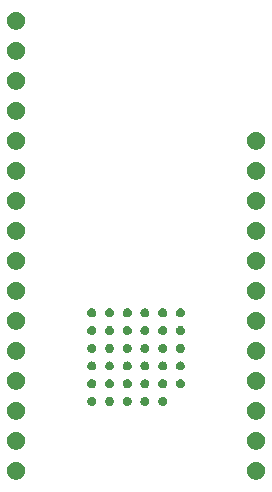
<source format=gbr>
G04 #@! TF.GenerationSoftware,KiCad,Pcbnew,(5.0.2)-1*
G04 #@! TF.CreationDate,2019-04-15T21:18:57-07:00*
G04 #@! TF.ProjectId,D52M Feather Wing,4435324d-2046-4656-9174-686572205769,rev?*
G04 #@! TF.SameCoordinates,Original*
G04 #@! TF.FileFunction,Soldermask,Top*
G04 #@! TF.FilePolarity,Negative*
%FSLAX46Y46*%
G04 Gerber Fmt 4.6, Leading zero omitted, Abs format (unit mm)*
G04 Created by KiCad (PCBNEW (5.0.2)-1) date 2019-04-15 9:18:57 PM*
%MOMM*%
%LPD*%
G01*
G04 APERTURE LIST*
%ADD10C,0.100000*%
G04 APERTURE END LIST*
D10*
G36*
X10333195Y3282478D02*
X10382267Y3272717D01*
X10520942Y3215276D01*
X10645750Y3131882D01*
X10751882Y3025750D01*
X10835276Y2900942D01*
X10892717Y2762266D01*
X10922000Y2615052D01*
X10922000Y2464948D01*
X10892717Y2317734D01*
X10835276Y2179058D01*
X10751882Y2054250D01*
X10645750Y1948118D01*
X10645747Y1948116D01*
X10520942Y1864724D01*
X10382267Y1807283D01*
X10333195Y1797522D01*
X10235052Y1778000D01*
X10084948Y1778000D01*
X9986805Y1797522D01*
X9937733Y1807283D01*
X9799058Y1864724D01*
X9674253Y1948116D01*
X9674250Y1948118D01*
X9568118Y2054250D01*
X9484724Y2179058D01*
X9427283Y2317734D01*
X9398000Y2464948D01*
X9398000Y2615052D01*
X9427283Y2762266D01*
X9484724Y2900942D01*
X9568118Y3025750D01*
X9674250Y3131882D01*
X9799058Y3215276D01*
X9937733Y3272717D01*
X9986805Y3282478D01*
X10084948Y3302000D01*
X10235052Y3302000D01*
X10333195Y3282478D01*
X10333195Y3282478D01*
G37*
G36*
X-9986805Y3282478D02*
X-9937733Y3272717D01*
X-9799058Y3215276D01*
X-9674250Y3131882D01*
X-9568118Y3025750D01*
X-9484724Y2900942D01*
X-9427283Y2762266D01*
X-9398000Y2615052D01*
X-9398000Y2464948D01*
X-9427283Y2317734D01*
X-9484724Y2179058D01*
X-9568118Y2054250D01*
X-9674250Y1948118D01*
X-9674253Y1948116D01*
X-9799058Y1864724D01*
X-9937733Y1807283D01*
X-9986805Y1797522D01*
X-10084948Y1778000D01*
X-10235052Y1778000D01*
X-10333195Y1797522D01*
X-10382267Y1807283D01*
X-10520942Y1864724D01*
X-10645747Y1948116D01*
X-10645750Y1948118D01*
X-10751882Y2054250D01*
X-10835276Y2179058D01*
X-10892717Y2317734D01*
X-10922000Y2464948D01*
X-10922000Y2615052D01*
X-10892717Y2762266D01*
X-10835276Y2900942D01*
X-10751882Y3025750D01*
X-10645750Y3131882D01*
X-10520942Y3215276D01*
X-10382267Y3272717D01*
X-10333195Y3282478D01*
X-10235052Y3302000D01*
X-10084948Y3302000D01*
X-9986805Y3282478D01*
X-9986805Y3282478D01*
G37*
G36*
X-9986805Y5822478D02*
X-9937733Y5812717D01*
X-9799058Y5755276D01*
X-9674250Y5671882D01*
X-9568118Y5565750D01*
X-9484724Y5440942D01*
X-9427283Y5302266D01*
X-9398000Y5155052D01*
X-9398000Y5004948D01*
X-9427283Y4857734D01*
X-9484724Y4719058D01*
X-9568118Y4594250D01*
X-9674250Y4488118D01*
X-9674253Y4488116D01*
X-9799058Y4404724D01*
X-9937733Y4347283D01*
X-9986805Y4337522D01*
X-10084948Y4318000D01*
X-10235052Y4318000D01*
X-10333195Y4337522D01*
X-10382267Y4347283D01*
X-10520942Y4404724D01*
X-10645747Y4488116D01*
X-10645750Y4488118D01*
X-10751882Y4594250D01*
X-10835276Y4719058D01*
X-10892717Y4857734D01*
X-10922000Y5004948D01*
X-10922000Y5155052D01*
X-10892717Y5302266D01*
X-10835276Y5440942D01*
X-10751882Y5565750D01*
X-10645750Y5671882D01*
X-10520942Y5755276D01*
X-10382267Y5812717D01*
X-10333195Y5822478D01*
X-10235052Y5842000D01*
X-10084948Y5842000D01*
X-9986805Y5822478D01*
X-9986805Y5822478D01*
G37*
G36*
X10333195Y5822478D02*
X10382267Y5812717D01*
X10520942Y5755276D01*
X10645750Y5671882D01*
X10751882Y5565750D01*
X10835276Y5440942D01*
X10892717Y5302266D01*
X10922000Y5155052D01*
X10922000Y5004948D01*
X10892717Y4857734D01*
X10835276Y4719058D01*
X10751882Y4594250D01*
X10645750Y4488118D01*
X10645747Y4488116D01*
X10520942Y4404724D01*
X10382267Y4347283D01*
X10333195Y4337522D01*
X10235052Y4318000D01*
X10084948Y4318000D01*
X9986805Y4337522D01*
X9937733Y4347283D01*
X9799058Y4404724D01*
X9674253Y4488116D01*
X9674250Y4488118D01*
X9568118Y4594250D01*
X9484724Y4719058D01*
X9427283Y4857734D01*
X9398000Y5004948D01*
X9398000Y5155052D01*
X9427283Y5302266D01*
X9484724Y5440942D01*
X9568118Y5565750D01*
X9674250Y5671882D01*
X9799058Y5755276D01*
X9937733Y5812717D01*
X9986805Y5822478D01*
X10084948Y5842000D01*
X10235052Y5842000D01*
X10333195Y5822478D01*
X10333195Y5822478D01*
G37*
G36*
X10333195Y8362478D02*
X10382267Y8352717D01*
X10512275Y8298866D01*
X10520942Y8295276D01*
X10645750Y8211882D01*
X10751882Y8105750D01*
X10835276Y7980942D01*
X10892717Y7842266D01*
X10922000Y7695052D01*
X10922000Y7544948D01*
X10892717Y7397734D01*
X10835276Y7259058D01*
X10751882Y7134250D01*
X10645750Y7028118D01*
X10645747Y7028116D01*
X10520942Y6944724D01*
X10382267Y6887283D01*
X10333195Y6877522D01*
X10235052Y6858000D01*
X10084948Y6858000D01*
X9986805Y6877522D01*
X9937733Y6887283D01*
X9799058Y6944724D01*
X9674253Y7028116D01*
X9674250Y7028118D01*
X9568118Y7134250D01*
X9484724Y7259058D01*
X9427283Y7397734D01*
X9398000Y7544948D01*
X9398000Y7695052D01*
X9427283Y7842266D01*
X9484724Y7980942D01*
X9568118Y8105750D01*
X9674250Y8211882D01*
X9799058Y8295276D01*
X9807725Y8298866D01*
X9937733Y8352717D01*
X9986805Y8362478D01*
X10084948Y8382000D01*
X10235052Y8382000D01*
X10333195Y8362478D01*
X10333195Y8362478D01*
G37*
G36*
X-9986805Y8362478D02*
X-9937733Y8352717D01*
X-9807725Y8298866D01*
X-9799058Y8295276D01*
X-9674250Y8211882D01*
X-9568118Y8105750D01*
X-9484724Y7980942D01*
X-9427283Y7842266D01*
X-9398000Y7695052D01*
X-9398000Y7544948D01*
X-9427283Y7397734D01*
X-9484724Y7259058D01*
X-9568118Y7134250D01*
X-9674250Y7028118D01*
X-9674253Y7028116D01*
X-9799058Y6944724D01*
X-9937733Y6887283D01*
X-9986805Y6877522D01*
X-10084948Y6858000D01*
X-10235052Y6858000D01*
X-10333195Y6877522D01*
X-10382267Y6887283D01*
X-10520942Y6944724D01*
X-10645747Y7028116D01*
X-10645750Y7028118D01*
X-10751882Y7134250D01*
X-10835276Y7259058D01*
X-10892717Y7397734D01*
X-10922000Y7544948D01*
X-10922000Y7695052D01*
X-10892717Y7842266D01*
X-10835276Y7980942D01*
X-10751882Y8105750D01*
X-10645750Y8211882D01*
X-10520942Y8295276D01*
X-10512275Y8298866D01*
X-10382267Y8352717D01*
X-10333195Y8362478D01*
X-10235052Y8382000D01*
X-10084948Y8382000D01*
X-9986805Y8362478D01*
X-9986805Y8362478D01*
G37*
G36*
X-3638866Y8776360D02*
X-3569528Y8747639D01*
X-3507126Y8705943D01*
X-3454057Y8652874D01*
X-3412361Y8590472D01*
X-3383640Y8521134D01*
X-3368999Y8447525D01*
X-3368999Y8372475D01*
X-3383640Y8298866D01*
X-3412361Y8229528D01*
X-3454057Y8167126D01*
X-3507126Y8114057D01*
X-3569528Y8072361D01*
X-3638866Y8043640D01*
X-3712475Y8028999D01*
X-3787525Y8028999D01*
X-3861134Y8043640D01*
X-3930472Y8072361D01*
X-3992874Y8114057D01*
X-4045943Y8167126D01*
X-4087639Y8229528D01*
X-4116360Y8298866D01*
X-4131001Y8372475D01*
X-4131001Y8447525D01*
X-4116360Y8521134D01*
X-4087639Y8590472D01*
X-4045943Y8652874D01*
X-3992874Y8705943D01*
X-3930472Y8747639D01*
X-3861134Y8776360D01*
X-3787525Y8791001D01*
X-3712475Y8791001D01*
X-3638866Y8776360D01*
X-3638866Y8776360D01*
G37*
G36*
X2361134Y8776360D02*
X2430472Y8747639D01*
X2492874Y8705943D01*
X2545943Y8652874D01*
X2587639Y8590472D01*
X2616360Y8521134D01*
X2631001Y8447525D01*
X2631001Y8372475D01*
X2616360Y8298866D01*
X2587639Y8229528D01*
X2545943Y8167126D01*
X2492874Y8114057D01*
X2430472Y8072361D01*
X2361134Y8043640D01*
X2287525Y8028999D01*
X2212475Y8028999D01*
X2138866Y8043640D01*
X2069528Y8072361D01*
X2007126Y8114057D01*
X1954057Y8167126D01*
X1912361Y8229528D01*
X1883640Y8298866D01*
X1868999Y8372475D01*
X1868999Y8447525D01*
X1883640Y8521134D01*
X1912361Y8590472D01*
X1954057Y8652874D01*
X2007126Y8705943D01*
X2069528Y8747639D01*
X2138866Y8776360D01*
X2212475Y8791001D01*
X2287525Y8791001D01*
X2361134Y8776360D01*
X2361134Y8776360D01*
G37*
G36*
X861134Y8776360D02*
X930472Y8747639D01*
X992874Y8705943D01*
X1045943Y8652874D01*
X1087639Y8590472D01*
X1116360Y8521134D01*
X1131001Y8447525D01*
X1131001Y8372475D01*
X1116360Y8298866D01*
X1087639Y8229528D01*
X1045943Y8167126D01*
X992874Y8114057D01*
X930472Y8072361D01*
X861134Y8043640D01*
X787525Y8028999D01*
X712475Y8028999D01*
X638866Y8043640D01*
X569528Y8072361D01*
X507126Y8114057D01*
X454057Y8167126D01*
X412361Y8229528D01*
X383640Y8298866D01*
X368999Y8372475D01*
X368999Y8447525D01*
X383640Y8521134D01*
X412361Y8590472D01*
X454057Y8652874D01*
X507126Y8705943D01*
X569528Y8747639D01*
X638866Y8776360D01*
X712475Y8791001D01*
X787525Y8791001D01*
X861134Y8776360D01*
X861134Y8776360D01*
G37*
G36*
X-638866Y8776360D02*
X-569528Y8747639D01*
X-507126Y8705943D01*
X-454057Y8652874D01*
X-412361Y8590472D01*
X-383640Y8521134D01*
X-368999Y8447525D01*
X-368999Y8372475D01*
X-383640Y8298866D01*
X-412361Y8229528D01*
X-454057Y8167126D01*
X-507126Y8114057D01*
X-569528Y8072361D01*
X-638866Y8043640D01*
X-712475Y8028999D01*
X-787525Y8028999D01*
X-861134Y8043640D01*
X-930472Y8072361D01*
X-992874Y8114057D01*
X-1045943Y8167126D01*
X-1087639Y8229528D01*
X-1116360Y8298866D01*
X-1131001Y8372475D01*
X-1131001Y8447525D01*
X-1116360Y8521134D01*
X-1087639Y8590472D01*
X-1045943Y8652874D01*
X-992874Y8705943D01*
X-930472Y8747639D01*
X-861134Y8776360D01*
X-787525Y8791001D01*
X-712475Y8791001D01*
X-638866Y8776360D01*
X-638866Y8776360D01*
G37*
G36*
X-2138866Y8776360D02*
X-2069528Y8747639D01*
X-2007126Y8705943D01*
X-1954057Y8652874D01*
X-1912361Y8590472D01*
X-1883640Y8521134D01*
X-1868999Y8447525D01*
X-1868999Y8372475D01*
X-1883640Y8298866D01*
X-1912361Y8229528D01*
X-1954057Y8167126D01*
X-2007126Y8114057D01*
X-2069528Y8072361D01*
X-2138866Y8043640D01*
X-2212475Y8028999D01*
X-2287525Y8028999D01*
X-2361134Y8043640D01*
X-2430472Y8072361D01*
X-2492874Y8114057D01*
X-2545943Y8167126D01*
X-2587639Y8229528D01*
X-2616360Y8298866D01*
X-2631001Y8372475D01*
X-2631001Y8447525D01*
X-2616360Y8521134D01*
X-2587639Y8590472D01*
X-2545943Y8652874D01*
X-2492874Y8705943D01*
X-2430472Y8747639D01*
X-2361134Y8776360D01*
X-2287525Y8791001D01*
X-2212475Y8791001D01*
X-2138866Y8776360D01*
X-2138866Y8776360D01*
G37*
G36*
X-9986805Y10902478D02*
X-9937733Y10892717D01*
X-9799058Y10835276D01*
X-9674250Y10751882D01*
X-9568118Y10645750D01*
X-9484724Y10520942D01*
X-9427283Y10382266D01*
X-9398000Y10235052D01*
X-9398000Y10084948D01*
X-9427283Y9937734D01*
X-9484724Y9799058D01*
X-9568118Y9674250D01*
X-9674250Y9568118D01*
X-9674253Y9568116D01*
X-9799058Y9484724D01*
X-9937733Y9427283D01*
X-9986805Y9417522D01*
X-10084948Y9398000D01*
X-10235052Y9398000D01*
X-10333195Y9417522D01*
X-10382267Y9427283D01*
X-10520942Y9484724D01*
X-10645747Y9568116D01*
X-10645750Y9568118D01*
X-10751882Y9674250D01*
X-10835276Y9799058D01*
X-10892717Y9937734D01*
X-10922000Y10084948D01*
X-10922000Y10235052D01*
X-10892717Y10382266D01*
X-10835276Y10520942D01*
X-10751882Y10645750D01*
X-10645750Y10751882D01*
X-10520942Y10835276D01*
X-10382267Y10892717D01*
X-10333195Y10902478D01*
X-10235052Y10922000D01*
X-10084948Y10922000D01*
X-9986805Y10902478D01*
X-9986805Y10902478D01*
G37*
G36*
X10333195Y10902478D02*
X10382267Y10892717D01*
X10520942Y10835276D01*
X10645750Y10751882D01*
X10751882Y10645750D01*
X10835276Y10520942D01*
X10892717Y10382266D01*
X10922000Y10235052D01*
X10922000Y10084948D01*
X10892717Y9937734D01*
X10835276Y9799058D01*
X10751882Y9674250D01*
X10645750Y9568118D01*
X10645747Y9568116D01*
X10520942Y9484724D01*
X10382267Y9427283D01*
X10333195Y9417522D01*
X10235052Y9398000D01*
X10084948Y9398000D01*
X9986805Y9417522D01*
X9937733Y9427283D01*
X9799058Y9484724D01*
X9674253Y9568116D01*
X9674250Y9568118D01*
X9568118Y9674250D01*
X9484724Y9799058D01*
X9427283Y9937734D01*
X9398000Y10084948D01*
X9398000Y10235052D01*
X9427283Y10382266D01*
X9484724Y10520942D01*
X9568118Y10645750D01*
X9674250Y10751882D01*
X9799058Y10835276D01*
X9937733Y10892717D01*
X9986805Y10902478D01*
X10084948Y10922000D01*
X10235052Y10922000D01*
X10333195Y10902478D01*
X10333195Y10902478D01*
G37*
G36*
X861134Y10276360D02*
X930472Y10247639D01*
X992874Y10205943D01*
X1045943Y10152874D01*
X1087639Y10090472D01*
X1116360Y10021134D01*
X1131001Y9947525D01*
X1131001Y9872475D01*
X1116360Y9798866D01*
X1087639Y9729528D01*
X1045943Y9667126D01*
X992874Y9614057D01*
X930472Y9572361D01*
X861134Y9543640D01*
X787525Y9528999D01*
X712475Y9528999D01*
X638866Y9543640D01*
X569528Y9572361D01*
X507126Y9614057D01*
X454057Y9667126D01*
X412361Y9729528D01*
X383640Y9798866D01*
X368999Y9872475D01*
X368999Y9947525D01*
X383640Y10021134D01*
X412361Y10090472D01*
X454057Y10152874D01*
X507126Y10205943D01*
X569528Y10247639D01*
X638866Y10276360D01*
X712475Y10291001D01*
X787525Y10291001D01*
X861134Y10276360D01*
X861134Y10276360D01*
G37*
G36*
X3861134Y10276360D02*
X3930472Y10247639D01*
X3992874Y10205943D01*
X4045943Y10152874D01*
X4087639Y10090472D01*
X4116360Y10021134D01*
X4131001Y9947525D01*
X4131001Y9872475D01*
X4116360Y9798866D01*
X4087639Y9729528D01*
X4045943Y9667126D01*
X3992874Y9614057D01*
X3930472Y9572361D01*
X3861134Y9543640D01*
X3787525Y9528999D01*
X3712475Y9528999D01*
X3638866Y9543640D01*
X3569528Y9572361D01*
X3507126Y9614057D01*
X3454057Y9667126D01*
X3412361Y9729528D01*
X3383640Y9798866D01*
X3368999Y9872475D01*
X3368999Y9947525D01*
X3383640Y10021134D01*
X3412361Y10090472D01*
X3454057Y10152874D01*
X3507126Y10205943D01*
X3569528Y10247639D01*
X3638866Y10276360D01*
X3712475Y10291001D01*
X3787525Y10291001D01*
X3861134Y10276360D01*
X3861134Y10276360D01*
G37*
G36*
X2361134Y10276360D02*
X2430472Y10247639D01*
X2492874Y10205943D01*
X2545943Y10152874D01*
X2587639Y10090472D01*
X2616360Y10021134D01*
X2631001Y9947525D01*
X2631001Y9872475D01*
X2616360Y9798866D01*
X2587639Y9729528D01*
X2545943Y9667126D01*
X2492874Y9614057D01*
X2430472Y9572361D01*
X2361134Y9543640D01*
X2287525Y9528999D01*
X2212475Y9528999D01*
X2138866Y9543640D01*
X2069528Y9572361D01*
X2007126Y9614057D01*
X1954057Y9667126D01*
X1912361Y9729528D01*
X1883640Y9798866D01*
X1868999Y9872475D01*
X1868999Y9947525D01*
X1883640Y10021134D01*
X1912361Y10090472D01*
X1954057Y10152874D01*
X2007126Y10205943D01*
X2069528Y10247639D01*
X2138866Y10276360D01*
X2212475Y10291001D01*
X2287525Y10291001D01*
X2361134Y10276360D01*
X2361134Y10276360D01*
G37*
G36*
X-3638866Y10276360D02*
X-3569528Y10247639D01*
X-3507126Y10205943D01*
X-3454057Y10152874D01*
X-3412361Y10090472D01*
X-3383640Y10021134D01*
X-3368999Y9947525D01*
X-3368999Y9872475D01*
X-3383640Y9798866D01*
X-3412361Y9729528D01*
X-3454057Y9667126D01*
X-3507126Y9614057D01*
X-3569528Y9572361D01*
X-3638866Y9543640D01*
X-3712475Y9528999D01*
X-3787525Y9528999D01*
X-3861134Y9543640D01*
X-3930472Y9572361D01*
X-3992874Y9614057D01*
X-4045943Y9667126D01*
X-4087639Y9729528D01*
X-4116360Y9798866D01*
X-4131001Y9872475D01*
X-4131001Y9947525D01*
X-4116360Y10021134D01*
X-4087639Y10090472D01*
X-4045943Y10152874D01*
X-3992874Y10205943D01*
X-3930472Y10247639D01*
X-3861134Y10276360D01*
X-3787525Y10291001D01*
X-3712475Y10291001D01*
X-3638866Y10276360D01*
X-3638866Y10276360D01*
G37*
G36*
X-638866Y10276360D02*
X-569528Y10247639D01*
X-507126Y10205943D01*
X-454057Y10152874D01*
X-412361Y10090472D01*
X-383640Y10021134D01*
X-368999Y9947525D01*
X-368999Y9872475D01*
X-383640Y9798866D01*
X-412361Y9729528D01*
X-454057Y9667126D01*
X-507126Y9614057D01*
X-569528Y9572361D01*
X-638866Y9543640D01*
X-712475Y9528999D01*
X-787525Y9528999D01*
X-861134Y9543640D01*
X-930472Y9572361D01*
X-992874Y9614057D01*
X-1045943Y9667126D01*
X-1087639Y9729528D01*
X-1116360Y9798866D01*
X-1131001Y9872475D01*
X-1131001Y9947525D01*
X-1116360Y10021134D01*
X-1087639Y10090472D01*
X-1045943Y10152874D01*
X-992874Y10205943D01*
X-930472Y10247639D01*
X-861134Y10276360D01*
X-787525Y10291001D01*
X-712475Y10291001D01*
X-638866Y10276360D01*
X-638866Y10276360D01*
G37*
G36*
X-2138866Y10276360D02*
X-2069528Y10247639D01*
X-2007126Y10205943D01*
X-1954057Y10152874D01*
X-1912361Y10090472D01*
X-1883640Y10021134D01*
X-1868999Y9947525D01*
X-1868999Y9872475D01*
X-1883640Y9798866D01*
X-1912361Y9729528D01*
X-1954057Y9667126D01*
X-2007126Y9614057D01*
X-2069528Y9572361D01*
X-2138866Y9543640D01*
X-2212475Y9528999D01*
X-2287525Y9528999D01*
X-2361134Y9543640D01*
X-2430472Y9572361D01*
X-2492874Y9614057D01*
X-2545943Y9667126D01*
X-2587639Y9729528D01*
X-2616360Y9798866D01*
X-2631001Y9872475D01*
X-2631001Y9947525D01*
X-2616360Y10021134D01*
X-2587639Y10090472D01*
X-2545943Y10152874D01*
X-2492874Y10205943D01*
X-2430472Y10247639D01*
X-2361134Y10276360D01*
X-2287525Y10291001D01*
X-2212475Y10291001D01*
X-2138866Y10276360D01*
X-2138866Y10276360D01*
G37*
G36*
X-3638866Y11776360D02*
X-3569528Y11747639D01*
X-3507126Y11705943D01*
X-3454057Y11652874D01*
X-3412361Y11590472D01*
X-3383640Y11521134D01*
X-3368999Y11447525D01*
X-3368999Y11372475D01*
X-3383640Y11298866D01*
X-3412361Y11229528D01*
X-3454057Y11167126D01*
X-3507126Y11114057D01*
X-3569528Y11072361D01*
X-3638866Y11043640D01*
X-3712475Y11028999D01*
X-3787525Y11028999D01*
X-3861134Y11043640D01*
X-3930472Y11072361D01*
X-3992874Y11114057D01*
X-4045943Y11167126D01*
X-4087639Y11229528D01*
X-4116360Y11298866D01*
X-4131001Y11372475D01*
X-4131001Y11447525D01*
X-4116360Y11521134D01*
X-4087639Y11590472D01*
X-4045943Y11652874D01*
X-3992874Y11705943D01*
X-3930472Y11747639D01*
X-3861134Y11776360D01*
X-3787525Y11791001D01*
X-3712475Y11791001D01*
X-3638866Y11776360D01*
X-3638866Y11776360D01*
G37*
G36*
X-638866Y11776360D02*
X-569528Y11747639D01*
X-507126Y11705943D01*
X-454057Y11652874D01*
X-412361Y11590472D01*
X-383640Y11521134D01*
X-368999Y11447525D01*
X-368999Y11372475D01*
X-383640Y11298866D01*
X-412361Y11229528D01*
X-454057Y11167126D01*
X-507126Y11114057D01*
X-569528Y11072361D01*
X-638866Y11043640D01*
X-712475Y11028999D01*
X-787525Y11028999D01*
X-861134Y11043640D01*
X-930472Y11072361D01*
X-992874Y11114057D01*
X-1045943Y11167126D01*
X-1087639Y11229528D01*
X-1116360Y11298866D01*
X-1131001Y11372475D01*
X-1131001Y11447525D01*
X-1116360Y11521134D01*
X-1087639Y11590472D01*
X-1045943Y11652874D01*
X-992874Y11705943D01*
X-930472Y11747639D01*
X-861134Y11776360D01*
X-787525Y11791001D01*
X-712475Y11791001D01*
X-638866Y11776360D01*
X-638866Y11776360D01*
G37*
G36*
X-2138866Y11776360D02*
X-2069528Y11747639D01*
X-2007126Y11705943D01*
X-1954057Y11652874D01*
X-1912361Y11590472D01*
X-1883640Y11521134D01*
X-1868999Y11447525D01*
X-1868999Y11372475D01*
X-1883640Y11298866D01*
X-1912361Y11229528D01*
X-1954057Y11167126D01*
X-2007126Y11114057D01*
X-2069528Y11072361D01*
X-2138866Y11043640D01*
X-2212475Y11028999D01*
X-2287525Y11028999D01*
X-2361134Y11043640D01*
X-2430472Y11072361D01*
X-2492874Y11114057D01*
X-2545943Y11167126D01*
X-2587639Y11229528D01*
X-2616360Y11298866D01*
X-2631001Y11372475D01*
X-2631001Y11447525D01*
X-2616360Y11521134D01*
X-2587639Y11590472D01*
X-2545943Y11652874D01*
X-2492874Y11705943D01*
X-2430472Y11747639D01*
X-2361134Y11776360D01*
X-2287525Y11791001D01*
X-2212475Y11791001D01*
X-2138866Y11776360D01*
X-2138866Y11776360D01*
G37*
G36*
X861134Y11776360D02*
X930472Y11747639D01*
X992874Y11705943D01*
X1045943Y11652874D01*
X1087639Y11590472D01*
X1116360Y11521134D01*
X1131001Y11447525D01*
X1131001Y11372475D01*
X1116360Y11298866D01*
X1087639Y11229528D01*
X1045943Y11167126D01*
X992874Y11114057D01*
X930472Y11072361D01*
X861134Y11043640D01*
X787525Y11028999D01*
X712475Y11028999D01*
X638866Y11043640D01*
X569528Y11072361D01*
X507126Y11114057D01*
X454057Y11167126D01*
X412361Y11229528D01*
X383640Y11298866D01*
X368999Y11372475D01*
X368999Y11447525D01*
X383640Y11521134D01*
X412361Y11590472D01*
X454057Y11652874D01*
X507126Y11705943D01*
X569528Y11747639D01*
X638866Y11776360D01*
X712475Y11791001D01*
X787525Y11791001D01*
X861134Y11776360D01*
X861134Y11776360D01*
G37*
G36*
X2361134Y11776360D02*
X2430472Y11747639D01*
X2492874Y11705943D01*
X2545943Y11652874D01*
X2587639Y11590472D01*
X2616360Y11521134D01*
X2631001Y11447525D01*
X2631001Y11372475D01*
X2616360Y11298866D01*
X2587639Y11229528D01*
X2545943Y11167126D01*
X2492874Y11114057D01*
X2430472Y11072361D01*
X2361134Y11043640D01*
X2287525Y11028999D01*
X2212475Y11028999D01*
X2138866Y11043640D01*
X2069528Y11072361D01*
X2007126Y11114057D01*
X1954057Y11167126D01*
X1912361Y11229528D01*
X1883640Y11298866D01*
X1868999Y11372475D01*
X1868999Y11447525D01*
X1883640Y11521134D01*
X1912361Y11590472D01*
X1954057Y11652874D01*
X2007126Y11705943D01*
X2069528Y11747639D01*
X2138866Y11776360D01*
X2212475Y11791001D01*
X2287525Y11791001D01*
X2361134Y11776360D01*
X2361134Y11776360D01*
G37*
G36*
X3861134Y11776360D02*
X3930472Y11747639D01*
X3992874Y11705943D01*
X4045943Y11652874D01*
X4087639Y11590472D01*
X4116360Y11521134D01*
X4131001Y11447525D01*
X4131001Y11372475D01*
X4116360Y11298866D01*
X4087639Y11229528D01*
X4045943Y11167126D01*
X3992874Y11114057D01*
X3930472Y11072361D01*
X3861134Y11043640D01*
X3787525Y11028999D01*
X3712475Y11028999D01*
X3638866Y11043640D01*
X3569528Y11072361D01*
X3507126Y11114057D01*
X3454057Y11167126D01*
X3412361Y11229528D01*
X3383640Y11298866D01*
X3368999Y11372475D01*
X3368999Y11447525D01*
X3383640Y11521134D01*
X3412361Y11590472D01*
X3454057Y11652874D01*
X3507126Y11705943D01*
X3569528Y11747639D01*
X3638866Y11776360D01*
X3712475Y11791001D01*
X3787525Y11791001D01*
X3861134Y11776360D01*
X3861134Y11776360D01*
G37*
G36*
X10333195Y13442478D02*
X10382267Y13432717D01*
X10520942Y13375276D01*
X10645750Y13291882D01*
X10751882Y13185750D01*
X10751884Y13185747D01*
X10835276Y13060942D01*
X10882255Y12947525D01*
X10892717Y12922266D01*
X10922000Y12775052D01*
X10922000Y12624948D01*
X10892717Y12477734D01*
X10835276Y12339058D01*
X10751882Y12214250D01*
X10645750Y12108118D01*
X10645747Y12108116D01*
X10520942Y12024724D01*
X10382267Y11967283D01*
X10333195Y11957522D01*
X10235052Y11938000D01*
X10084948Y11938000D01*
X9986805Y11957522D01*
X9937733Y11967283D01*
X9799058Y12024724D01*
X9674253Y12108116D01*
X9674250Y12108118D01*
X9568118Y12214250D01*
X9484724Y12339058D01*
X9427283Y12477734D01*
X9398000Y12624948D01*
X9398000Y12775052D01*
X9427283Y12922266D01*
X9437746Y12947525D01*
X9484724Y13060942D01*
X9568116Y13185747D01*
X9568118Y13185750D01*
X9674250Y13291882D01*
X9799058Y13375276D01*
X9937733Y13432717D01*
X9986805Y13442478D01*
X10084948Y13462000D01*
X10235052Y13462000D01*
X10333195Y13442478D01*
X10333195Y13442478D01*
G37*
G36*
X-9986805Y13442478D02*
X-9937733Y13432717D01*
X-9799058Y13375276D01*
X-9674250Y13291882D01*
X-9568118Y13185750D01*
X-9568116Y13185747D01*
X-9484724Y13060942D01*
X-9437745Y12947525D01*
X-9427283Y12922266D01*
X-9398000Y12775052D01*
X-9398000Y12624948D01*
X-9427283Y12477734D01*
X-9484724Y12339058D01*
X-9568118Y12214250D01*
X-9674250Y12108118D01*
X-9674253Y12108116D01*
X-9799058Y12024724D01*
X-9937733Y11967283D01*
X-9986805Y11957522D01*
X-10084948Y11938000D01*
X-10235052Y11938000D01*
X-10333195Y11957522D01*
X-10382267Y11967283D01*
X-10520942Y12024724D01*
X-10645747Y12108116D01*
X-10645750Y12108118D01*
X-10751882Y12214250D01*
X-10835276Y12339058D01*
X-10892717Y12477734D01*
X-10922000Y12624948D01*
X-10922000Y12775052D01*
X-10892717Y12922266D01*
X-10882254Y12947525D01*
X-10835276Y13060942D01*
X-10751884Y13185747D01*
X-10751882Y13185750D01*
X-10645750Y13291882D01*
X-10520942Y13375276D01*
X-10382267Y13432717D01*
X-10333195Y13442478D01*
X-10235052Y13462000D01*
X-10084948Y13462000D01*
X-9986805Y13442478D01*
X-9986805Y13442478D01*
G37*
G36*
X-3638866Y13276360D02*
X-3569528Y13247639D01*
X-3507126Y13205943D01*
X-3454057Y13152874D01*
X-3412361Y13090472D01*
X-3383640Y13021134D01*
X-3368999Y12947525D01*
X-3368999Y12872475D01*
X-3383640Y12798866D01*
X-3412361Y12729528D01*
X-3454057Y12667126D01*
X-3507126Y12614057D01*
X-3569528Y12572361D01*
X-3638866Y12543640D01*
X-3712475Y12528999D01*
X-3787525Y12528999D01*
X-3861134Y12543640D01*
X-3930472Y12572361D01*
X-3992874Y12614057D01*
X-4045943Y12667126D01*
X-4087639Y12729528D01*
X-4116360Y12798866D01*
X-4131001Y12872475D01*
X-4131001Y12947525D01*
X-4116360Y13021134D01*
X-4087639Y13090472D01*
X-4045943Y13152874D01*
X-3992874Y13205943D01*
X-3930472Y13247639D01*
X-3861134Y13276360D01*
X-3787525Y13291001D01*
X-3712475Y13291001D01*
X-3638866Y13276360D01*
X-3638866Y13276360D01*
G37*
G36*
X3861134Y13276360D02*
X3930472Y13247639D01*
X3992874Y13205943D01*
X4045943Y13152874D01*
X4087639Y13090472D01*
X4116360Y13021134D01*
X4131001Y12947525D01*
X4131001Y12872475D01*
X4116360Y12798866D01*
X4087639Y12729528D01*
X4045943Y12667126D01*
X3992874Y12614057D01*
X3930472Y12572361D01*
X3861134Y12543640D01*
X3787525Y12528999D01*
X3712475Y12528999D01*
X3638866Y12543640D01*
X3569528Y12572361D01*
X3507126Y12614057D01*
X3454057Y12667126D01*
X3412361Y12729528D01*
X3383640Y12798866D01*
X3368999Y12872475D01*
X3368999Y12947525D01*
X3383640Y13021134D01*
X3412361Y13090472D01*
X3454057Y13152874D01*
X3507126Y13205943D01*
X3569528Y13247639D01*
X3638866Y13276360D01*
X3712475Y13291001D01*
X3787525Y13291001D01*
X3861134Y13276360D01*
X3861134Y13276360D01*
G37*
G36*
X-2138866Y13276360D02*
X-2069528Y13247639D01*
X-2007126Y13205943D01*
X-1954057Y13152874D01*
X-1912361Y13090472D01*
X-1883640Y13021134D01*
X-1868999Y12947525D01*
X-1868999Y12872475D01*
X-1883640Y12798866D01*
X-1912361Y12729528D01*
X-1954057Y12667126D01*
X-2007126Y12614057D01*
X-2069528Y12572361D01*
X-2138866Y12543640D01*
X-2212475Y12528999D01*
X-2287525Y12528999D01*
X-2361134Y12543640D01*
X-2430472Y12572361D01*
X-2492874Y12614057D01*
X-2545943Y12667126D01*
X-2587639Y12729528D01*
X-2616360Y12798866D01*
X-2631001Y12872475D01*
X-2631001Y12947525D01*
X-2616360Y13021134D01*
X-2587639Y13090472D01*
X-2545943Y13152874D01*
X-2492874Y13205943D01*
X-2430472Y13247639D01*
X-2361134Y13276360D01*
X-2287525Y13291001D01*
X-2212475Y13291001D01*
X-2138866Y13276360D01*
X-2138866Y13276360D01*
G37*
G36*
X-638866Y13276360D02*
X-569528Y13247639D01*
X-507126Y13205943D01*
X-454057Y13152874D01*
X-412361Y13090472D01*
X-383640Y13021134D01*
X-368999Y12947525D01*
X-368999Y12872475D01*
X-383640Y12798866D01*
X-412361Y12729528D01*
X-454057Y12667126D01*
X-507126Y12614057D01*
X-569528Y12572361D01*
X-638866Y12543640D01*
X-712475Y12528999D01*
X-787525Y12528999D01*
X-861134Y12543640D01*
X-930472Y12572361D01*
X-992874Y12614057D01*
X-1045943Y12667126D01*
X-1087639Y12729528D01*
X-1116360Y12798866D01*
X-1131001Y12872475D01*
X-1131001Y12947525D01*
X-1116360Y13021134D01*
X-1087639Y13090472D01*
X-1045943Y13152874D01*
X-992874Y13205943D01*
X-930472Y13247639D01*
X-861134Y13276360D01*
X-787525Y13291001D01*
X-712475Y13291001D01*
X-638866Y13276360D01*
X-638866Y13276360D01*
G37*
G36*
X861134Y13276360D02*
X930472Y13247639D01*
X992874Y13205943D01*
X1045943Y13152874D01*
X1087639Y13090472D01*
X1116360Y13021134D01*
X1131001Y12947525D01*
X1131001Y12872475D01*
X1116360Y12798866D01*
X1087639Y12729528D01*
X1045943Y12667126D01*
X992874Y12614057D01*
X930472Y12572361D01*
X861134Y12543640D01*
X787525Y12528999D01*
X712475Y12528999D01*
X638866Y12543640D01*
X569528Y12572361D01*
X507126Y12614057D01*
X454057Y12667126D01*
X412361Y12729528D01*
X383640Y12798866D01*
X368999Y12872475D01*
X368999Y12947525D01*
X383640Y13021134D01*
X412361Y13090472D01*
X454057Y13152874D01*
X507126Y13205943D01*
X569528Y13247639D01*
X638866Y13276360D01*
X712475Y13291001D01*
X787525Y13291001D01*
X861134Y13276360D01*
X861134Y13276360D01*
G37*
G36*
X2361134Y13276360D02*
X2430472Y13247639D01*
X2492874Y13205943D01*
X2545943Y13152874D01*
X2587639Y13090472D01*
X2616360Y13021134D01*
X2631001Y12947525D01*
X2631001Y12872475D01*
X2616360Y12798866D01*
X2587639Y12729528D01*
X2545943Y12667126D01*
X2492874Y12614057D01*
X2430472Y12572361D01*
X2361134Y12543640D01*
X2287525Y12528999D01*
X2212475Y12528999D01*
X2138866Y12543640D01*
X2069528Y12572361D01*
X2007126Y12614057D01*
X1954057Y12667126D01*
X1912361Y12729528D01*
X1883640Y12798866D01*
X1868999Y12872475D01*
X1868999Y12947525D01*
X1883640Y13021134D01*
X1912361Y13090472D01*
X1954057Y13152874D01*
X2007126Y13205943D01*
X2069528Y13247639D01*
X2138866Y13276360D01*
X2212475Y13291001D01*
X2287525Y13291001D01*
X2361134Y13276360D01*
X2361134Y13276360D01*
G37*
G36*
X-2138866Y14776360D02*
X-2069528Y14747639D01*
X-2007126Y14705943D01*
X-1954057Y14652874D01*
X-1912361Y14590472D01*
X-1883640Y14521134D01*
X-1868999Y14447525D01*
X-1868999Y14372475D01*
X-1883640Y14298866D01*
X-1912361Y14229528D01*
X-1954057Y14167126D01*
X-2007126Y14114057D01*
X-2069528Y14072361D01*
X-2138866Y14043640D01*
X-2212475Y14028999D01*
X-2287525Y14028999D01*
X-2361134Y14043640D01*
X-2430472Y14072361D01*
X-2492874Y14114057D01*
X-2545943Y14167126D01*
X-2587639Y14229528D01*
X-2616360Y14298866D01*
X-2631001Y14372475D01*
X-2631001Y14447525D01*
X-2616360Y14521134D01*
X-2587639Y14590472D01*
X-2545943Y14652874D01*
X-2492874Y14705943D01*
X-2430472Y14747639D01*
X-2361134Y14776360D01*
X-2287525Y14791001D01*
X-2212475Y14791001D01*
X-2138866Y14776360D01*
X-2138866Y14776360D01*
G37*
G36*
X-3638866Y14776360D02*
X-3569528Y14747639D01*
X-3507126Y14705943D01*
X-3454057Y14652874D01*
X-3412361Y14590472D01*
X-3383640Y14521134D01*
X-3368999Y14447525D01*
X-3368999Y14372475D01*
X-3383640Y14298866D01*
X-3412361Y14229528D01*
X-3454057Y14167126D01*
X-3507126Y14114057D01*
X-3569528Y14072361D01*
X-3638866Y14043640D01*
X-3712475Y14028999D01*
X-3787525Y14028999D01*
X-3861134Y14043640D01*
X-3930472Y14072361D01*
X-3992874Y14114057D01*
X-4045943Y14167126D01*
X-4087639Y14229528D01*
X-4116360Y14298866D01*
X-4131001Y14372475D01*
X-4131001Y14447525D01*
X-4116360Y14521134D01*
X-4087639Y14590472D01*
X-4045943Y14652874D01*
X-3992874Y14705943D01*
X-3930472Y14747639D01*
X-3861134Y14776360D01*
X-3787525Y14791001D01*
X-3712475Y14791001D01*
X-3638866Y14776360D01*
X-3638866Y14776360D01*
G37*
G36*
X-638866Y14776360D02*
X-569528Y14747639D01*
X-507126Y14705943D01*
X-454057Y14652874D01*
X-412361Y14590472D01*
X-383640Y14521134D01*
X-368999Y14447525D01*
X-368999Y14372475D01*
X-383640Y14298866D01*
X-412361Y14229528D01*
X-454057Y14167126D01*
X-507126Y14114057D01*
X-569528Y14072361D01*
X-638866Y14043640D01*
X-712475Y14028999D01*
X-787525Y14028999D01*
X-861134Y14043640D01*
X-930472Y14072361D01*
X-992874Y14114057D01*
X-1045943Y14167126D01*
X-1087639Y14229528D01*
X-1116360Y14298866D01*
X-1131001Y14372475D01*
X-1131001Y14447525D01*
X-1116360Y14521134D01*
X-1087639Y14590472D01*
X-1045943Y14652874D01*
X-992874Y14705943D01*
X-930472Y14747639D01*
X-861134Y14776360D01*
X-787525Y14791001D01*
X-712475Y14791001D01*
X-638866Y14776360D01*
X-638866Y14776360D01*
G37*
G36*
X2361134Y14776360D02*
X2430472Y14747639D01*
X2492874Y14705943D01*
X2545943Y14652874D01*
X2587639Y14590472D01*
X2616360Y14521134D01*
X2631001Y14447525D01*
X2631001Y14372475D01*
X2616360Y14298866D01*
X2587639Y14229528D01*
X2545943Y14167126D01*
X2492874Y14114057D01*
X2430472Y14072361D01*
X2361134Y14043640D01*
X2287525Y14028999D01*
X2212475Y14028999D01*
X2138866Y14043640D01*
X2069528Y14072361D01*
X2007126Y14114057D01*
X1954057Y14167126D01*
X1912361Y14229528D01*
X1883640Y14298866D01*
X1868999Y14372475D01*
X1868999Y14447525D01*
X1883640Y14521134D01*
X1912361Y14590472D01*
X1954057Y14652874D01*
X2007126Y14705943D01*
X2069528Y14747639D01*
X2138866Y14776360D01*
X2212475Y14791001D01*
X2287525Y14791001D01*
X2361134Y14776360D01*
X2361134Y14776360D01*
G37*
G36*
X861134Y14776360D02*
X930472Y14747639D01*
X992874Y14705943D01*
X1045943Y14652874D01*
X1087639Y14590472D01*
X1116360Y14521134D01*
X1131001Y14447525D01*
X1131001Y14372475D01*
X1116360Y14298866D01*
X1087639Y14229528D01*
X1045943Y14167126D01*
X992874Y14114057D01*
X930472Y14072361D01*
X861134Y14043640D01*
X787525Y14028999D01*
X712475Y14028999D01*
X638866Y14043640D01*
X569528Y14072361D01*
X507126Y14114057D01*
X454057Y14167126D01*
X412361Y14229528D01*
X383640Y14298866D01*
X368999Y14372475D01*
X368999Y14447525D01*
X383640Y14521134D01*
X412361Y14590472D01*
X454057Y14652874D01*
X507126Y14705943D01*
X569528Y14747639D01*
X638866Y14776360D01*
X712475Y14791001D01*
X787525Y14791001D01*
X861134Y14776360D01*
X861134Y14776360D01*
G37*
G36*
X3861134Y14776360D02*
X3930472Y14747639D01*
X3992874Y14705943D01*
X4045943Y14652874D01*
X4087639Y14590472D01*
X4116360Y14521134D01*
X4131001Y14447525D01*
X4131001Y14372475D01*
X4116360Y14298866D01*
X4087639Y14229528D01*
X4045943Y14167126D01*
X3992874Y14114057D01*
X3930472Y14072361D01*
X3861134Y14043640D01*
X3787525Y14028999D01*
X3712475Y14028999D01*
X3638866Y14043640D01*
X3569528Y14072361D01*
X3507126Y14114057D01*
X3454057Y14167126D01*
X3412361Y14229528D01*
X3383640Y14298866D01*
X3368999Y14372475D01*
X3368999Y14447525D01*
X3383640Y14521134D01*
X3412361Y14590472D01*
X3454057Y14652874D01*
X3507126Y14705943D01*
X3569528Y14747639D01*
X3638866Y14776360D01*
X3712475Y14791001D01*
X3787525Y14791001D01*
X3861134Y14776360D01*
X3861134Y14776360D01*
G37*
G36*
X10333195Y15982478D02*
X10382267Y15972717D01*
X10520942Y15915276D01*
X10645750Y15831882D01*
X10751882Y15725750D01*
X10835276Y15600942D01*
X10892717Y15462266D01*
X10922000Y15315052D01*
X10922000Y15164948D01*
X10892717Y15017734D01*
X10835276Y14879058D01*
X10751882Y14754250D01*
X10645750Y14648118D01*
X10645747Y14648116D01*
X10520942Y14564724D01*
X10382267Y14507283D01*
X10333195Y14497522D01*
X10235052Y14478000D01*
X10084948Y14478000D01*
X9986805Y14497522D01*
X9937733Y14507283D01*
X9799058Y14564724D01*
X9674253Y14648116D01*
X9674250Y14648118D01*
X9568118Y14754250D01*
X9484724Y14879058D01*
X9427283Y15017734D01*
X9398000Y15164948D01*
X9398000Y15315052D01*
X9427283Y15462266D01*
X9484724Y15600942D01*
X9568118Y15725750D01*
X9674250Y15831882D01*
X9799058Y15915276D01*
X9937733Y15972717D01*
X9986805Y15982478D01*
X10084948Y16002000D01*
X10235052Y16002000D01*
X10333195Y15982478D01*
X10333195Y15982478D01*
G37*
G36*
X-9986805Y15982478D02*
X-9937733Y15972717D01*
X-9799058Y15915276D01*
X-9674250Y15831882D01*
X-9568118Y15725750D01*
X-9484724Y15600942D01*
X-9427283Y15462266D01*
X-9398000Y15315052D01*
X-9398000Y15164948D01*
X-9427283Y15017734D01*
X-9484724Y14879058D01*
X-9568118Y14754250D01*
X-9674250Y14648118D01*
X-9674253Y14648116D01*
X-9799058Y14564724D01*
X-9937733Y14507283D01*
X-9986805Y14497522D01*
X-10084948Y14478000D01*
X-10235052Y14478000D01*
X-10333195Y14497522D01*
X-10382267Y14507283D01*
X-10520942Y14564724D01*
X-10645747Y14648116D01*
X-10645750Y14648118D01*
X-10751882Y14754250D01*
X-10835276Y14879058D01*
X-10892717Y15017734D01*
X-10922000Y15164948D01*
X-10922000Y15315052D01*
X-10892717Y15462266D01*
X-10835276Y15600942D01*
X-10751882Y15725750D01*
X-10645750Y15831882D01*
X-10520942Y15915276D01*
X-10382267Y15972717D01*
X-10333195Y15982478D01*
X-10235052Y16002000D01*
X-10084948Y16002000D01*
X-9986805Y15982478D01*
X-9986805Y15982478D01*
G37*
G36*
X-638866Y16276360D02*
X-569528Y16247639D01*
X-507126Y16205943D01*
X-454057Y16152874D01*
X-412361Y16090472D01*
X-383640Y16021134D01*
X-368999Y15947525D01*
X-368999Y15872475D01*
X-383640Y15798866D01*
X-412361Y15729528D01*
X-454057Y15667126D01*
X-507126Y15614057D01*
X-569528Y15572361D01*
X-638866Y15543640D01*
X-712475Y15528999D01*
X-787525Y15528999D01*
X-861134Y15543640D01*
X-930472Y15572361D01*
X-992874Y15614057D01*
X-1045943Y15667126D01*
X-1087639Y15729528D01*
X-1116360Y15798866D01*
X-1131001Y15872475D01*
X-1131001Y15947525D01*
X-1116360Y16021134D01*
X-1087639Y16090472D01*
X-1045943Y16152874D01*
X-992874Y16205943D01*
X-930472Y16247639D01*
X-861134Y16276360D01*
X-787525Y16291001D01*
X-712475Y16291001D01*
X-638866Y16276360D01*
X-638866Y16276360D01*
G37*
G36*
X-2138866Y16276360D02*
X-2069528Y16247639D01*
X-2007126Y16205943D01*
X-1954057Y16152874D01*
X-1912361Y16090472D01*
X-1883640Y16021134D01*
X-1868999Y15947525D01*
X-1868999Y15872475D01*
X-1883640Y15798866D01*
X-1912361Y15729528D01*
X-1954057Y15667126D01*
X-2007126Y15614057D01*
X-2069528Y15572361D01*
X-2138866Y15543640D01*
X-2212475Y15528999D01*
X-2287525Y15528999D01*
X-2361134Y15543640D01*
X-2430472Y15572361D01*
X-2492874Y15614057D01*
X-2545943Y15667126D01*
X-2587639Y15729528D01*
X-2616360Y15798866D01*
X-2631001Y15872475D01*
X-2631001Y15947525D01*
X-2616360Y16021134D01*
X-2587639Y16090472D01*
X-2545943Y16152874D01*
X-2492874Y16205943D01*
X-2430472Y16247639D01*
X-2361134Y16276360D01*
X-2287525Y16291001D01*
X-2212475Y16291001D01*
X-2138866Y16276360D01*
X-2138866Y16276360D01*
G37*
G36*
X-3638866Y16276360D02*
X-3569528Y16247639D01*
X-3507126Y16205943D01*
X-3454057Y16152874D01*
X-3412361Y16090472D01*
X-3383640Y16021134D01*
X-3368999Y15947525D01*
X-3368999Y15872475D01*
X-3383640Y15798866D01*
X-3412361Y15729528D01*
X-3454057Y15667126D01*
X-3507126Y15614057D01*
X-3569528Y15572361D01*
X-3638866Y15543640D01*
X-3712475Y15528999D01*
X-3787525Y15528999D01*
X-3861134Y15543640D01*
X-3930472Y15572361D01*
X-3992874Y15614057D01*
X-4045943Y15667126D01*
X-4087639Y15729528D01*
X-4116360Y15798866D01*
X-4131001Y15872475D01*
X-4131001Y15947525D01*
X-4116360Y16021134D01*
X-4087639Y16090472D01*
X-4045943Y16152874D01*
X-3992874Y16205943D01*
X-3930472Y16247639D01*
X-3861134Y16276360D01*
X-3787525Y16291001D01*
X-3712475Y16291001D01*
X-3638866Y16276360D01*
X-3638866Y16276360D01*
G37*
G36*
X2361134Y16276360D02*
X2430472Y16247639D01*
X2492874Y16205943D01*
X2545943Y16152874D01*
X2587639Y16090472D01*
X2616360Y16021134D01*
X2631001Y15947525D01*
X2631001Y15872475D01*
X2616360Y15798866D01*
X2587639Y15729528D01*
X2545943Y15667126D01*
X2492874Y15614057D01*
X2430472Y15572361D01*
X2361134Y15543640D01*
X2287525Y15528999D01*
X2212475Y15528999D01*
X2138866Y15543640D01*
X2069528Y15572361D01*
X2007126Y15614057D01*
X1954057Y15667126D01*
X1912361Y15729528D01*
X1883640Y15798866D01*
X1868999Y15872475D01*
X1868999Y15947525D01*
X1883640Y16021134D01*
X1912361Y16090472D01*
X1954057Y16152874D01*
X2007126Y16205943D01*
X2069528Y16247639D01*
X2138866Y16276360D01*
X2212475Y16291001D01*
X2287525Y16291001D01*
X2361134Y16276360D01*
X2361134Y16276360D01*
G37*
G36*
X3861134Y16276360D02*
X3930472Y16247639D01*
X3992874Y16205943D01*
X4045943Y16152874D01*
X4087639Y16090472D01*
X4116360Y16021134D01*
X4131001Y15947525D01*
X4131001Y15872475D01*
X4116360Y15798866D01*
X4087639Y15729528D01*
X4045943Y15667126D01*
X3992874Y15614057D01*
X3930472Y15572361D01*
X3861134Y15543640D01*
X3787525Y15528999D01*
X3712475Y15528999D01*
X3638866Y15543640D01*
X3569528Y15572361D01*
X3507126Y15614057D01*
X3454057Y15667126D01*
X3412361Y15729528D01*
X3383640Y15798866D01*
X3368999Y15872475D01*
X3368999Y15947525D01*
X3383640Y16021134D01*
X3412361Y16090472D01*
X3454057Y16152874D01*
X3507126Y16205943D01*
X3569528Y16247639D01*
X3638866Y16276360D01*
X3712475Y16291001D01*
X3787525Y16291001D01*
X3861134Y16276360D01*
X3861134Y16276360D01*
G37*
G36*
X861134Y16276360D02*
X930472Y16247639D01*
X992874Y16205943D01*
X1045943Y16152874D01*
X1087639Y16090472D01*
X1116360Y16021134D01*
X1131001Y15947525D01*
X1131001Y15872475D01*
X1116360Y15798866D01*
X1087639Y15729528D01*
X1045943Y15667126D01*
X992874Y15614057D01*
X930472Y15572361D01*
X861134Y15543640D01*
X787525Y15528999D01*
X712475Y15528999D01*
X638866Y15543640D01*
X569528Y15572361D01*
X507126Y15614057D01*
X454057Y15667126D01*
X412361Y15729528D01*
X383640Y15798866D01*
X368999Y15872475D01*
X368999Y15947525D01*
X383640Y16021134D01*
X412361Y16090472D01*
X454057Y16152874D01*
X507126Y16205943D01*
X569528Y16247639D01*
X638866Y16276360D01*
X712475Y16291001D01*
X787525Y16291001D01*
X861134Y16276360D01*
X861134Y16276360D01*
G37*
G36*
X-9986805Y18522478D02*
X-9937733Y18512717D01*
X-9799058Y18455276D01*
X-9674250Y18371882D01*
X-9568118Y18265750D01*
X-9484724Y18140942D01*
X-9427283Y18002266D01*
X-9398000Y17855052D01*
X-9398000Y17704948D01*
X-9427283Y17557734D01*
X-9484724Y17419058D01*
X-9568118Y17294250D01*
X-9674250Y17188118D01*
X-9674253Y17188116D01*
X-9799058Y17104724D01*
X-9937733Y17047283D01*
X-9986805Y17037522D01*
X-10084948Y17018000D01*
X-10235052Y17018000D01*
X-10333195Y17037522D01*
X-10382267Y17047283D01*
X-10520942Y17104724D01*
X-10645747Y17188116D01*
X-10645750Y17188118D01*
X-10751882Y17294250D01*
X-10835276Y17419058D01*
X-10892717Y17557734D01*
X-10922000Y17704948D01*
X-10922000Y17855052D01*
X-10892717Y18002266D01*
X-10835276Y18140942D01*
X-10751882Y18265750D01*
X-10645750Y18371882D01*
X-10520942Y18455276D01*
X-10382267Y18512717D01*
X-10333195Y18522478D01*
X-10235052Y18542000D01*
X-10084948Y18542000D01*
X-9986805Y18522478D01*
X-9986805Y18522478D01*
G37*
G36*
X10333195Y18522478D02*
X10382267Y18512717D01*
X10520942Y18455276D01*
X10645750Y18371882D01*
X10751882Y18265750D01*
X10835276Y18140942D01*
X10892717Y18002266D01*
X10922000Y17855052D01*
X10922000Y17704948D01*
X10892717Y17557734D01*
X10835276Y17419058D01*
X10751882Y17294250D01*
X10645750Y17188118D01*
X10645747Y17188116D01*
X10520942Y17104724D01*
X10382267Y17047283D01*
X10333195Y17037522D01*
X10235052Y17018000D01*
X10084948Y17018000D01*
X9986805Y17037522D01*
X9937733Y17047283D01*
X9799058Y17104724D01*
X9674253Y17188116D01*
X9674250Y17188118D01*
X9568118Y17294250D01*
X9484724Y17419058D01*
X9427283Y17557734D01*
X9398000Y17704948D01*
X9398000Y17855052D01*
X9427283Y18002266D01*
X9484724Y18140942D01*
X9568118Y18265750D01*
X9674250Y18371882D01*
X9799058Y18455276D01*
X9937733Y18512717D01*
X9986805Y18522478D01*
X10084948Y18542000D01*
X10235052Y18542000D01*
X10333195Y18522478D01*
X10333195Y18522478D01*
G37*
G36*
X10333195Y21062478D02*
X10382267Y21052717D01*
X10520942Y20995276D01*
X10645750Y20911882D01*
X10751882Y20805750D01*
X10835276Y20680942D01*
X10892717Y20542266D01*
X10922000Y20395052D01*
X10922000Y20244948D01*
X10892717Y20097734D01*
X10835276Y19959058D01*
X10751882Y19834250D01*
X10645750Y19728118D01*
X10645747Y19728116D01*
X10520942Y19644724D01*
X10382267Y19587283D01*
X10333195Y19577522D01*
X10235052Y19558000D01*
X10084948Y19558000D01*
X9986805Y19577522D01*
X9937733Y19587283D01*
X9799058Y19644724D01*
X9674253Y19728116D01*
X9674250Y19728118D01*
X9568118Y19834250D01*
X9484724Y19959058D01*
X9427283Y20097734D01*
X9398000Y20244948D01*
X9398000Y20395052D01*
X9427283Y20542266D01*
X9484724Y20680942D01*
X9568118Y20805750D01*
X9674250Y20911882D01*
X9799058Y20995276D01*
X9937733Y21052717D01*
X9986805Y21062478D01*
X10084948Y21082000D01*
X10235052Y21082000D01*
X10333195Y21062478D01*
X10333195Y21062478D01*
G37*
G36*
X-9986805Y21062478D02*
X-9937733Y21052717D01*
X-9799058Y20995276D01*
X-9674250Y20911882D01*
X-9568118Y20805750D01*
X-9484724Y20680942D01*
X-9427283Y20542266D01*
X-9398000Y20395052D01*
X-9398000Y20244948D01*
X-9427283Y20097734D01*
X-9484724Y19959058D01*
X-9568118Y19834250D01*
X-9674250Y19728118D01*
X-9674253Y19728116D01*
X-9799058Y19644724D01*
X-9937733Y19587283D01*
X-9986805Y19577522D01*
X-10084948Y19558000D01*
X-10235052Y19558000D01*
X-10333195Y19577522D01*
X-10382267Y19587283D01*
X-10520942Y19644724D01*
X-10645747Y19728116D01*
X-10645750Y19728118D01*
X-10751882Y19834250D01*
X-10835276Y19959058D01*
X-10892717Y20097734D01*
X-10922000Y20244948D01*
X-10922000Y20395052D01*
X-10892717Y20542266D01*
X-10835276Y20680942D01*
X-10751882Y20805750D01*
X-10645750Y20911882D01*
X-10520942Y20995276D01*
X-10382267Y21052717D01*
X-10333195Y21062478D01*
X-10235052Y21082000D01*
X-10084948Y21082000D01*
X-9986805Y21062478D01*
X-9986805Y21062478D01*
G37*
G36*
X10333195Y23602478D02*
X10382267Y23592717D01*
X10520942Y23535276D01*
X10645750Y23451882D01*
X10751882Y23345750D01*
X10835276Y23220942D01*
X10892717Y23082266D01*
X10922000Y22935052D01*
X10922000Y22784948D01*
X10892717Y22637734D01*
X10835276Y22499058D01*
X10751882Y22374250D01*
X10645750Y22268118D01*
X10645747Y22268116D01*
X10520942Y22184724D01*
X10382267Y22127283D01*
X10333195Y22117522D01*
X10235052Y22098000D01*
X10084948Y22098000D01*
X9986805Y22117522D01*
X9937733Y22127283D01*
X9799058Y22184724D01*
X9674253Y22268116D01*
X9674250Y22268118D01*
X9568118Y22374250D01*
X9484724Y22499058D01*
X9427283Y22637734D01*
X9398000Y22784948D01*
X9398000Y22935052D01*
X9427283Y23082266D01*
X9484724Y23220942D01*
X9568118Y23345750D01*
X9674250Y23451882D01*
X9799058Y23535276D01*
X9937733Y23592717D01*
X9986805Y23602478D01*
X10084948Y23622000D01*
X10235052Y23622000D01*
X10333195Y23602478D01*
X10333195Y23602478D01*
G37*
G36*
X-9986805Y23602478D02*
X-9937733Y23592717D01*
X-9799058Y23535276D01*
X-9674250Y23451882D01*
X-9568118Y23345750D01*
X-9484724Y23220942D01*
X-9427283Y23082266D01*
X-9398000Y22935052D01*
X-9398000Y22784948D01*
X-9427283Y22637734D01*
X-9484724Y22499058D01*
X-9568118Y22374250D01*
X-9674250Y22268118D01*
X-9674253Y22268116D01*
X-9799058Y22184724D01*
X-9937733Y22127283D01*
X-9986805Y22117522D01*
X-10084948Y22098000D01*
X-10235052Y22098000D01*
X-10333195Y22117522D01*
X-10382267Y22127283D01*
X-10520942Y22184724D01*
X-10645747Y22268116D01*
X-10645750Y22268118D01*
X-10751882Y22374250D01*
X-10835276Y22499058D01*
X-10892717Y22637734D01*
X-10922000Y22784948D01*
X-10922000Y22935052D01*
X-10892717Y23082266D01*
X-10835276Y23220942D01*
X-10751882Y23345750D01*
X-10645750Y23451882D01*
X-10520942Y23535276D01*
X-10382267Y23592717D01*
X-10333195Y23602478D01*
X-10235052Y23622000D01*
X-10084948Y23622000D01*
X-9986805Y23602478D01*
X-9986805Y23602478D01*
G37*
G36*
X10333195Y26142478D02*
X10382267Y26132717D01*
X10520942Y26075276D01*
X10645750Y25991882D01*
X10751882Y25885750D01*
X10835276Y25760942D01*
X10892717Y25622266D01*
X10922000Y25475052D01*
X10922000Y25324948D01*
X10892717Y25177734D01*
X10835276Y25039058D01*
X10751882Y24914250D01*
X10645750Y24808118D01*
X10645747Y24808116D01*
X10520942Y24724724D01*
X10382267Y24667283D01*
X10333195Y24657522D01*
X10235052Y24638000D01*
X10084948Y24638000D01*
X9986805Y24657522D01*
X9937733Y24667283D01*
X9799058Y24724724D01*
X9674253Y24808116D01*
X9674250Y24808118D01*
X9568118Y24914250D01*
X9484724Y25039058D01*
X9427283Y25177734D01*
X9398000Y25324948D01*
X9398000Y25475052D01*
X9427283Y25622266D01*
X9484724Y25760942D01*
X9568118Y25885750D01*
X9674250Y25991882D01*
X9799058Y26075276D01*
X9937733Y26132717D01*
X9986805Y26142478D01*
X10084948Y26162000D01*
X10235052Y26162000D01*
X10333195Y26142478D01*
X10333195Y26142478D01*
G37*
G36*
X-9986805Y26142478D02*
X-9937733Y26132717D01*
X-9799058Y26075276D01*
X-9674250Y25991882D01*
X-9568118Y25885750D01*
X-9484724Y25760942D01*
X-9427283Y25622266D01*
X-9398000Y25475052D01*
X-9398000Y25324948D01*
X-9427283Y25177734D01*
X-9484724Y25039058D01*
X-9568118Y24914250D01*
X-9674250Y24808118D01*
X-9674253Y24808116D01*
X-9799058Y24724724D01*
X-9937733Y24667283D01*
X-9986805Y24657522D01*
X-10084948Y24638000D01*
X-10235052Y24638000D01*
X-10333195Y24657522D01*
X-10382267Y24667283D01*
X-10520942Y24724724D01*
X-10645747Y24808116D01*
X-10645750Y24808118D01*
X-10751882Y24914250D01*
X-10835276Y25039058D01*
X-10892717Y25177734D01*
X-10922000Y25324948D01*
X-10922000Y25475052D01*
X-10892717Y25622266D01*
X-10835276Y25760942D01*
X-10751882Y25885750D01*
X-10645750Y25991882D01*
X-10520942Y26075276D01*
X-10382267Y26132717D01*
X-10333195Y26142478D01*
X-10235052Y26162000D01*
X-10084948Y26162000D01*
X-9986805Y26142478D01*
X-9986805Y26142478D01*
G37*
G36*
X-9986805Y28682478D02*
X-9937733Y28672717D01*
X-9799058Y28615276D01*
X-9674250Y28531882D01*
X-9568118Y28425750D01*
X-9484724Y28300942D01*
X-9427283Y28162266D01*
X-9398000Y28015052D01*
X-9398000Y27864948D01*
X-9427283Y27717734D01*
X-9484724Y27579058D01*
X-9568118Y27454250D01*
X-9674250Y27348118D01*
X-9674253Y27348116D01*
X-9799058Y27264724D01*
X-9937733Y27207283D01*
X-9986805Y27197522D01*
X-10084948Y27178000D01*
X-10235052Y27178000D01*
X-10333195Y27197522D01*
X-10382267Y27207283D01*
X-10520942Y27264724D01*
X-10645747Y27348116D01*
X-10645750Y27348118D01*
X-10751882Y27454250D01*
X-10835276Y27579058D01*
X-10892717Y27717734D01*
X-10922000Y27864948D01*
X-10922000Y28015052D01*
X-10892717Y28162266D01*
X-10835276Y28300942D01*
X-10751882Y28425750D01*
X-10645750Y28531882D01*
X-10520942Y28615276D01*
X-10382267Y28672717D01*
X-10333195Y28682478D01*
X-10235052Y28702000D01*
X-10084948Y28702000D01*
X-9986805Y28682478D01*
X-9986805Y28682478D01*
G37*
G36*
X10333195Y28682478D02*
X10382267Y28672717D01*
X10520942Y28615276D01*
X10645750Y28531882D01*
X10751882Y28425750D01*
X10835276Y28300942D01*
X10892717Y28162266D01*
X10922000Y28015052D01*
X10922000Y27864948D01*
X10892717Y27717734D01*
X10835276Y27579058D01*
X10751882Y27454250D01*
X10645750Y27348118D01*
X10645747Y27348116D01*
X10520942Y27264724D01*
X10382267Y27207283D01*
X10333195Y27197522D01*
X10235052Y27178000D01*
X10084948Y27178000D01*
X9986805Y27197522D01*
X9937733Y27207283D01*
X9799058Y27264724D01*
X9674253Y27348116D01*
X9674250Y27348118D01*
X9568118Y27454250D01*
X9484724Y27579058D01*
X9427283Y27717734D01*
X9398000Y27864948D01*
X9398000Y28015052D01*
X9427283Y28162266D01*
X9484724Y28300942D01*
X9568118Y28425750D01*
X9674250Y28531882D01*
X9799058Y28615276D01*
X9937733Y28672717D01*
X9986805Y28682478D01*
X10084948Y28702000D01*
X10235052Y28702000D01*
X10333195Y28682478D01*
X10333195Y28682478D01*
G37*
G36*
X-9986805Y31222478D02*
X-9937733Y31212717D01*
X-9799058Y31155276D01*
X-9674250Y31071882D01*
X-9568118Y30965750D01*
X-9484724Y30840942D01*
X-9427283Y30702266D01*
X-9398000Y30555052D01*
X-9398000Y30404948D01*
X-9427283Y30257734D01*
X-9484724Y30119058D01*
X-9568118Y29994250D01*
X-9674250Y29888118D01*
X-9674253Y29888116D01*
X-9799058Y29804724D01*
X-9937733Y29747283D01*
X-9986805Y29737522D01*
X-10084948Y29718000D01*
X-10235052Y29718000D01*
X-10333195Y29737522D01*
X-10382267Y29747283D01*
X-10520942Y29804724D01*
X-10645747Y29888116D01*
X-10645750Y29888118D01*
X-10751882Y29994250D01*
X-10835276Y30119058D01*
X-10892717Y30257734D01*
X-10922000Y30404948D01*
X-10922000Y30555052D01*
X-10892717Y30702266D01*
X-10835276Y30840942D01*
X-10751882Y30965750D01*
X-10645750Y31071882D01*
X-10520942Y31155276D01*
X-10382267Y31212717D01*
X-10333195Y31222478D01*
X-10235052Y31242000D01*
X-10084948Y31242000D01*
X-9986805Y31222478D01*
X-9986805Y31222478D01*
G37*
G36*
X10333195Y31222478D02*
X10382267Y31212717D01*
X10520942Y31155276D01*
X10645750Y31071882D01*
X10751882Y30965750D01*
X10835276Y30840942D01*
X10892717Y30702266D01*
X10922000Y30555052D01*
X10922000Y30404948D01*
X10892717Y30257734D01*
X10835276Y30119058D01*
X10751882Y29994250D01*
X10645750Y29888118D01*
X10645747Y29888116D01*
X10520942Y29804724D01*
X10382267Y29747283D01*
X10333195Y29737522D01*
X10235052Y29718000D01*
X10084948Y29718000D01*
X9986805Y29737522D01*
X9937733Y29747283D01*
X9799058Y29804724D01*
X9674253Y29888116D01*
X9674250Y29888118D01*
X9568118Y29994250D01*
X9484724Y30119058D01*
X9427283Y30257734D01*
X9398000Y30404948D01*
X9398000Y30555052D01*
X9427283Y30702266D01*
X9484724Y30840942D01*
X9568118Y30965750D01*
X9674250Y31071882D01*
X9799058Y31155276D01*
X9937733Y31212717D01*
X9986805Y31222478D01*
X10084948Y31242000D01*
X10235052Y31242000D01*
X10333195Y31222478D01*
X10333195Y31222478D01*
G37*
G36*
X-9986805Y33762478D02*
X-9937733Y33752717D01*
X-9799058Y33695276D01*
X-9674250Y33611882D01*
X-9568118Y33505750D01*
X-9484724Y33380942D01*
X-9427283Y33242266D01*
X-9398000Y33095052D01*
X-9398000Y32944948D01*
X-9427283Y32797734D01*
X-9484724Y32659058D01*
X-9568118Y32534250D01*
X-9674250Y32428118D01*
X-9674253Y32428116D01*
X-9799058Y32344724D01*
X-9937733Y32287283D01*
X-9986805Y32277522D01*
X-10084948Y32258000D01*
X-10235052Y32258000D01*
X-10333195Y32277522D01*
X-10382267Y32287283D01*
X-10520942Y32344724D01*
X-10645747Y32428116D01*
X-10645750Y32428118D01*
X-10751882Y32534250D01*
X-10835276Y32659058D01*
X-10892717Y32797734D01*
X-10922000Y32944948D01*
X-10922000Y33095052D01*
X-10892717Y33242266D01*
X-10835276Y33380942D01*
X-10751882Y33505750D01*
X-10645750Y33611882D01*
X-10520942Y33695276D01*
X-10382267Y33752717D01*
X-10333195Y33762478D01*
X-10235052Y33782000D01*
X-10084948Y33782000D01*
X-9986805Y33762478D01*
X-9986805Y33762478D01*
G37*
G36*
X-9986805Y36302478D02*
X-9937733Y36292717D01*
X-9799058Y36235276D01*
X-9674250Y36151882D01*
X-9568118Y36045750D01*
X-9484724Y35920942D01*
X-9427283Y35782266D01*
X-9398000Y35635052D01*
X-9398000Y35484948D01*
X-9427283Y35337734D01*
X-9484724Y35199058D01*
X-9568118Y35074250D01*
X-9674250Y34968118D01*
X-9674253Y34968116D01*
X-9799058Y34884724D01*
X-9937733Y34827283D01*
X-9986805Y34817522D01*
X-10084948Y34798000D01*
X-10235052Y34798000D01*
X-10333195Y34817522D01*
X-10382267Y34827283D01*
X-10520942Y34884724D01*
X-10645747Y34968116D01*
X-10645750Y34968118D01*
X-10751882Y35074250D01*
X-10835276Y35199058D01*
X-10892717Y35337734D01*
X-10922000Y35484948D01*
X-10922000Y35635052D01*
X-10892717Y35782266D01*
X-10835276Y35920942D01*
X-10751882Y36045750D01*
X-10645750Y36151882D01*
X-10520942Y36235276D01*
X-10382267Y36292717D01*
X-10333195Y36302478D01*
X-10235052Y36322000D01*
X-10084948Y36322000D01*
X-9986805Y36302478D01*
X-9986805Y36302478D01*
G37*
G36*
X-9986805Y38842478D02*
X-9937733Y38832717D01*
X-9799058Y38775276D01*
X-9674250Y38691882D01*
X-9568118Y38585750D01*
X-9484724Y38460942D01*
X-9427283Y38322266D01*
X-9398000Y38175052D01*
X-9398000Y38024948D01*
X-9427283Y37877734D01*
X-9484724Y37739058D01*
X-9568118Y37614250D01*
X-9674250Y37508118D01*
X-9674253Y37508116D01*
X-9799058Y37424724D01*
X-9937733Y37367283D01*
X-9986805Y37357522D01*
X-10084948Y37338000D01*
X-10235052Y37338000D01*
X-10333195Y37357522D01*
X-10382267Y37367283D01*
X-10520942Y37424724D01*
X-10645747Y37508116D01*
X-10645750Y37508118D01*
X-10751882Y37614250D01*
X-10835276Y37739058D01*
X-10892717Y37877734D01*
X-10922000Y38024948D01*
X-10922000Y38175052D01*
X-10892717Y38322266D01*
X-10835276Y38460942D01*
X-10751882Y38585750D01*
X-10645750Y38691882D01*
X-10520942Y38775276D01*
X-10382267Y38832717D01*
X-10333195Y38842478D01*
X-10235052Y38862000D01*
X-10084948Y38862000D01*
X-9986805Y38842478D01*
X-9986805Y38842478D01*
G37*
G36*
X-9986805Y41382478D02*
X-9937733Y41372717D01*
X-9799058Y41315276D01*
X-9674250Y41231882D01*
X-9568118Y41125750D01*
X-9484724Y41000942D01*
X-9427283Y40862266D01*
X-9398000Y40715052D01*
X-9398000Y40564948D01*
X-9427283Y40417734D01*
X-9484724Y40279058D01*
X-9568118Y40154250D01*
X-9674250Y40048118D01*
X-9674253Y40048116D01*
X-9799058Y39964724D01*
X-9937733Y39907283D01*
X-9986805Y39897522D01*
X-10084948Y39878000D01*
X-10235052Y39878000D01*
X-10333195Y39897522D01*
X-10382267Y39907283D01*
X-10520942Y39964724D01*
X-10645747Y40048116D01*
X-10645750Y40048118D01*
X-10751882Y40154250D01*
X-10835276Y40279058D01*
X-10892717Y40417734D01*
X-10922000Y40564948D01*
X-10922000Y40715052D01*
X-10892717Y40862266D01*
X-10835276Y41000942D01*
X-10751882Y41125750D01*
X-10645750Y41231882D01*
X-10520942Y41315276D01*
X-10382267Y41372717D01*
X-10333195Y41382478D01*
X-10235052Y41402000D01*
X-10084948Y41402000D01*
X-9986805Y41382478D01*
X-9986805Y41382478D01*
G37*
M02*

</source>
